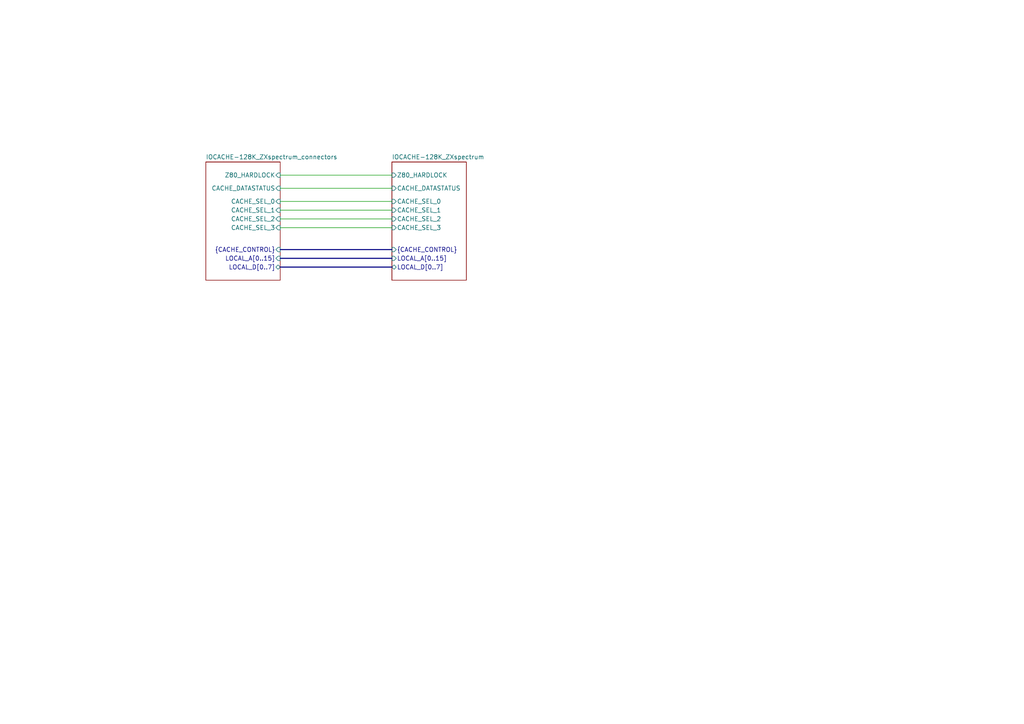
<source format=kicad_sch>
(kicad_sch (version 20230121) (generator eeschema)
  (paper "A4")
  (title_block (title "FujiNet Z80Bus reference design") (date "2023-05-13") (rev "0.1") (company "FujiNet"))
  (lib_symbols)
  (bus_alias "Z80_CONTROL" (members "Z80_CONTROL.RD" "Z80_CONTROL.WR" "Z80_CONTROL.IORQ" "Z80_CONTROL.MEMRQ" "Z80_CONTROL.BUSRQ" "Z80_CONTROL.WAIT" "Z80_CONTROL.ROMCS" "Z80_CONTROL.BUSACK" "Z80_CONTROL.NMI" "Z80_CONTROL.RESET"))
  (wire (pts (xy 81.28 66.04) (xy 113.665 66.04)))
  (bus (pts (xy 81.28 77.47) (xy 113.665 77.47)))
  (wire (pts (xy 81.28 60.96) (xy 113.665 60.96)))
  (wire (pts (xy 81.28 50.8) (xy 113.665 50.8)))
  (wire (pts (xy 81.28 58.42) (xy 113.665 58.42)))
  (wire (pts (xy 81.28 63.5) (xy 113.665 63.5)))
  (bus (pts (xy 81.28 74.93) (xy 113.665 74.93)))
  (bus (pts (xy 81.28 72.39) (xy 113.665 72.39)))
  (wire (pts (xy 81.28 54.61) (xy 113.665 54.61)))
  (sheet (at 113.665 46.99) (size 21.59 34.29) (stroke (width 0.1524))
    (property "Sheetname" "IOCACHE-128K_ZXspectrum" (at 113.665 46.2784 0) (effects (justify left bottom)))
    (property "Sheetfile" "./IOCACHE-128K_ZXspectrum_V1/IOCACHE-128K_ZXspectrum.kicad_sch" (effects hide))
    (pin "Z80_HARDLOCK" input (at 113.665 50.8 180))
    (pin "CACHE_DATASTATUS" input (at 113.665 54.61 180))
    (pin "{CACHE_CONTROL}" input (at 113.665 72.39 180))
    (pin "CACHE_SEL_1" input (at 113.665 60.96 180))
    (pin "CACHE_SEL_3" input (at 113.665 66.04 180))
    (pin "CACHE_SEL_2" input (at 113.665 63.5 180))
    (pin "CACHE_SEL_0" input (at 113.665 58.42 180))
    (pin "LOCAL_D[0..7]" bidirectional (at 113.665 77.47 180))
    (pin "LOCAL_A[0..15]" input (at 113.665 74.93 180))
  )
  (sheet (at 59.69 46.99) (size 21.59 34.29) (stroke (width 0.1524))
    (property "Sheetname" "IOCACHE-128K_ZXspectrum_connectors" (at 59.69 46.2784 0) (effects (justify left bottom)))
    (property "Sheetfile" "IOCACHE-128K_ZXspectrum_connectors.kicad_sch" (effects hide))
    (pin "LOCAL_D[0..7]" bidirectional (at 81.28 77.47 0))
    (pin "LOCAL_A[0..15]" input (at 81.28 74.93 0))
    (pin "{CACHE_CONTROL}" input (at 81.28 72.39 0))
    (pin "CACHE_DATASTATUS" input (at 81.28 54.61 0))
    (pin "CACHE_SEL_2" input (at 81.28 63.5 0))
    (pin "CACHE_SEL_1" input (at 81.28 60.96 0))
    (pin "CACHE_SEL_0" input (at 81.28 58.42 0))
    (pin "Z80_HARDLOCK" input (at 81.28 50.8 0))
    (pin "CACHE_SEL_3" input (at 81.28 66.04 0))
  )
)
</source>
